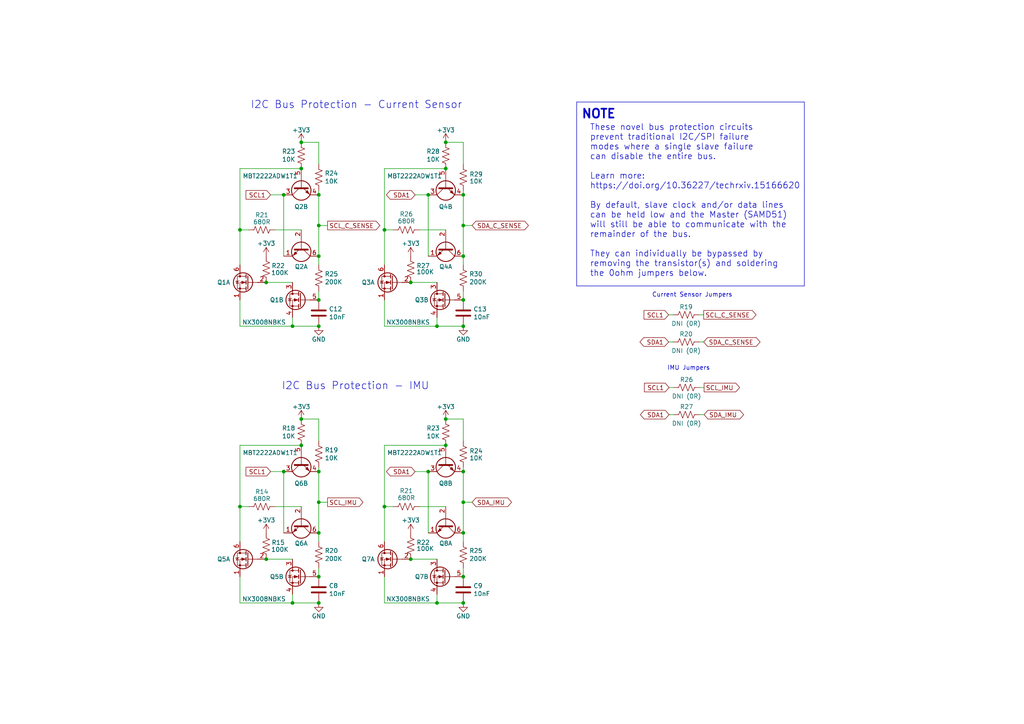
<source format=kicad_sch>
(kicad_sch (version 20230121) (generator eeschema)
  (paper "A4")
  (title_block (title "PyCubed Mini") (date "2023-04-12") (rev "B3/02") (company "RExLab Carnegie Mellon University") (comment 1 "N. Khera") (comment 2 "Z. Manchester"))
  (lib_symbols
    (symbol "Device:C" (pin_numbers hide) (pin_names (offset 0.254))
      (property "Reference" "C" (at 0.635 2.54 0))
      (property "Value" "C" (at 0.635 -2.54 0))
      (symbol "C_0_1"
        (polyline (pts (xy -2.032 -0.762) (xy 2.032 -0.762)) (stroke (width 0.508)))
        (polyline (pts (xy -2.032 0.762) (xy 2.032 0.762)) (stroke (width 0.508)))
      )
      (symbol "C_1_1"
        (pin passive line (at 0 3.81 270) (length 2.794) (name "~") (number "1"))
        (pin passive line (at 0 -3.81 90) (length 2.794) (name "~") (number "2"))
      )
    )
    (symbol "Device:R_US" (pin_numbers hide) (pin_names (offset 0))
      (property "Reference" "R" (at 2.54 0 90))
      (property "Value" "R_US" (at -2.54 0 90))
      (symbol "R_US_0_1"
        (polyline (pts (xy 0 -2.286) (xy 0 -2.54)))
        (polyline (pts (xy 0 2.286) (xy 0 2.54)))
        (polyline (pts (xy 0 -0.762) (xy 1.016 -1.143) (xy 0 -1.524) (xy -1.016 -1.905) (xy 0 -2.286)))
        (polyline (pts (xy 0 0.762) (xy 1.016 0.381) (xy 0 0) (xy -1.016 -0.381) (xy 0 -0.762)))
        (polyline (pts (xy 0 2.286) (xy 1.016 1.905) (xy 0 1.524) (xy -1.016 1.143) (xy 0 0.762)))
      )
      (symbol "R_US_1_1"
        (pin passive line (at 0 3.81 270) (length 1.27) (name "~") (number "1"))
        (pin passive line (at 0 -3.81 90) (length 1.27) (name "~") (number "2"))
      )
    )
    (symbol "Transistor_BJT:MBT2222ADW1T1" (pin_names (offset 0) hide)
      (property "Reference" "Q" (at 5.08 1.27 0))
      (property "Value" "MBT2222ADW1T1" (at 5.08 -1.27 0))
      (symbol "MBT2222ADW1T1_0_1"
        (polyline (pts (xy 0.635 0) (xy -2.54 0)))
        (polyline (pts (xy 0.635 0.635) (xy 2.54 2.54)))
        (polyline (pts (xy 0.635 -0.635) (xy 2.54 -2.54) (xy 2.54 -2.54)))
        (polyline (pts (xy 0.635 1.905) (xy 0.635 -1.905) (xy 0.635 -1.905)) (stroke (width 0.508)))
        (polyline (pts (xy 1.27 -1.778) (xy 1.778 -1.27) (xy 2.286 -2.286) (xy 1.27 -1.778) (xy 1.27 -1.778)) (fill (type outline)))
        (circle (center 1.27 0) (radius 2.8194) (stroke (width 0.254)))
      )
      (symbol "MBT2222ADW1T1_1_1"
        (pin passive line (at 2.54 -5.08 90) (length 2.54) (name "E1") (number "1"))
        (pin input line (at -5.08 0 0) (length 2.54) (name "B1") (number "2"))
        (pin passive line (at 2.54 5.08 270) (length 2.54) (name "C1") (number "6"))
      )
      (symbol "MBT2222ADW1T1_2_1"
        (pin passive line (at 2.54 5.08 270) (length 2.54) (name "C2") (number "3"))
        (pin passive line (at 2.54 -5.08 90) (length 2.54) (name "E2") (number "4"))
        (pin input line (at -5.08 0 0) (length 2.54) (name "B2") (number "5"))
      )
    )
    (symbol "mainboard:NX3008NBKS" (pin_names (offset 0.762) hide)
      (property "Reference" "Q" (at 5.08 1.27 0))
      (property "Value" "NX3008NBKS" (at 5.08 -1.27 0))
      (symbol "NX3008NBKS_1_1"
        (polyline (pts (xy -1.016 0) (xy -3.81 0)))
        (polyline (pts (xy -1.016 1.905) (xy -1.016 -1.905)) (stroke (width 0.254)))
        (polyline (pts (xy -0.508 -1.27) (xy -0.508 -2.286)) (stroke (width 0.254)))
        (polyline (pts (xy -0.508 0.508) (xy -0.508 -0.508)) (stroke (width 0.254)))
        (polyline (pts (xy -0.508 2.286) (xy -0.508 1.27)) (stroke (width 0.254)))
        (polyline (pts (xy 1.27 2.54) (xy 1.27 1.778)))
        (polyline (pts (xy 1.27 -2.54) (xy 1.27 0) (xy -0.508 0)))
        (polyline (pts (xy -0.508 -1.778) (xy 2.032 -1.778) (xy 2.032 1.778) (xy -0.508 1.778)))
        (polyline (pts (xy -0.254 0) (xy 0.762 0.381) (xy 0.762 -0.381) (xy -0.254 0)) (fill (type outline)))
        (polyline (pts (xy 1.524 0.508) (xy 1.651 0.381) (xy 2.413 0.381) (xy 2.54 0.254)))
        (polyline (pts (xy 2.032 0.381) (xy 1.651 -0.254) (xy 2.413 -0.254) (xy 2.032 0.381)))
        (circle (center 0.381 0) (radius 2.794) (stroke (width 0.254)))
        (circle (center 1.27 -1.778) (radius 0.254) (fill (type outline)))
        (circle (center 1.27 1.778) (radius 0.254) (fill (type outline)))
        (pin passive line (at 1.27 -5.08 90) (length 2.54) (name "S2") (number "1"))
        (pin input line (at -6.35 0 0) (length 2.54) (name "G2") (number "2"))
        (pin passive line (at 1.27 5.08 270) (length 2.54) (name "D1") (number "6"))
      )
      (symbol "NX3008NBKS_2_1"
        (polyline (pts (xy -1.016 0) (xy -3.81 0)))
        (polyline (pts (xy -1.016 1.905) (xy -1.016 -1.905)) (stroke (width 0.254)))
        (polyline (pts (xy -0.508 -1.27) (xy -0.508 -2.286)) (stroke (width 0.254)))
        (polyline (pts (xy -0.508 0.508) (xy -0.508 -0.508)) (stroke (width 0.254)))
        (polyline (pts (xy -0.508 2.286) (xy -0.508 1.27)) (stroke (width 0.254)))
        (polyline (pts (xy 1.27 2.54) (xy 1.27 1.778)))
        (polyline (pts (xy 1.27 -2.54) (xy 1.27 0) (xy -0.508 0)))
        (polyline (pts (xy -0.508 -1.778) (xy 2.032 -1.778) (xy 2.032 1.778) (xy -0.508 1.778)))
        (polyline (pts (xy -0.254 0) (xy 0.762 0.381) (xy 0.762 -0.381) (xy -0.254 0)) (fill (type outline)))
        (polyline (pts (xy 1.524 0.508) (xy 1.651 0.381) (xy 2.413 0.381) (xy 2.54 0.254)))
        (polyline (pts (xy 2.032 0.381) (xy 1.651 -0.254) (xy 2.413 -0.254) (xy 2.032 0.381)))
        (circle (center 0.381 0) (radius 2.794) (stroke (width 0.254)))
        (circle (center 1.27 -1.778) (radius 0.254) (fill (type outline)))
        (circle (center 1.27 1.778) (radius 0.254) (fill (type outline)))
        (pin passive line (at 1.27 5.08 270) (length 2.54) (name "D2") (number "3"))
        (pin passive line (at 1.27 -5.08 90) (length 2.54) (name "S1") (number "4"))
        (pin input line (at -6.35 0 0) (length 2.54) (name "G1") (number "5"))
      )
    )
    (symbol "power:+3V3" (power) (pin_names (offset 0))
      (property "Value" "+3V3" (at 0 3.556 0))
      (symbol "+3V3_0_1"
        (polyline (pts (xy -0.762 1.27) (xy 0 2.54)))
        (polyline (pts (xy 0 0) (xy 0 2.54)))
        (polyline (pts (xy 0 2.54) (xy 0.762 1.27)))
      )
      (symbol "+3V3_1_1"
        (pin power_in line (at 0 0 90) (length 0) hide (name "+3V3") (number "1"))
      )
    )
    (symbol "power:GND" (power) (pin_names (offset 0))
      (property "Value" "GND" (at 0 -3.81 0))
      (symbol "GND_0_1"
        (polyline (pts (xy 0 0) (xy 0 -1.27) (xy 1.27 -1.27) (xy 0 -2.54) (xy -1.27 -1.27) (xy 0 -1.27)))
      )
      (symbol "GND_1_1"
        (pin power_in line (at 0 0 270) (length 0) hide (name "GND") (number "1"))
      )
    )
  )
  (junction (at 77.216 81.915))
  (junction (at 111.506 66.675))
  (junction (at 87.376 129.159))
  (junction (at 129.286 41.275))
  (junction (at 69.596 146.939))
  (junction (at 129.286 121.539))
  (junction (at 134.366 74.295))
  (junction (at 124.206 56.515))
  (junction (at 69.596 66.675))
  (junction (at 84.836 174.879))
  (junction (at 134.366 86.995))
  (junction (at 134.366 65.405))
  (junction (at 124.206 136.779))
  (junction (at 134.366 56.515))
  (junction (at 92.456 74.295))
  (junction (at 134.366 136.779))
  (junction (at 134.366 94.615))
  (junction (at 92.456 94.615))
  (junction (at 119.126 81.915))
  (junction (at 87.376 41.275))
  (junction (at 82.296 56.515))
  (junction (at 126.746 94.615))
  (junction (at 92.456 86.995))
  (junction (at 77.216 162.179))
  (junction (at 87.376 121.539))
  (junction (at 92.456 56.515))
  (junction (at 92.456 65.405))
  (junction (at 92.456 136.779))
  (junction (at 134.366 174.879))
  (junction (at 92.456 174.879))
  (junction (at 84.836 94.615))
  (junction (at 126.746 174.879))
  (junction (at 82.296 136.779))
  (junction (at 134.366 154.559))
  (junction (at 134.366 167.259))
  (junction (at 119.126 162.179))
  (junction (at 129.286 48.895))
  (junction (at 92.456 167.259))
  (junction (at 92.456 154.559))
  (junction (at 111.506 146.939))
  (junction (at 129.286 129.159))
  (junction (at 134.366 145.669))
  (junction (at 87.376 48.895))
  (junction (at 92.456 145.669))
  (wire (pts (xy 194.056 112.395) (xy 195.326 112.395)))
  (wire (pts (xy 120.396 136.779) (xy 124.206 136.779)))
  (wire (pts (xy 69.596 76.835) (xy 69.596 66.675)))
  (wire (pts (xy 92.456 41.275) (xy 87.376 41.275)))
  (wire (pts (xy 84.836 174.879) (xy 92.456 174.879)))
  (wire (pts (xy 82.296 56.515) (xy 82.296 74.295)))
  (wire (pts (xy 87.376 66.675) (xy 79.756 66.675)))
  (wire (pts (xy 134.366 47.625) (xy 134.366 41.275)))
  (wire (pts (xy 84.836 94.615) (xy 92.456 94.615)))
  (wire (pts (xy 69.596 48.895) (xy 87.376 48.895)))
  (wire (pts (xy 124.206 56.515) (xy 124.206 74.295)))
  (wire (pts (xy 204.216 112.395) (xy 202.946 112.395)))
  (wire (pts (xy 111.506 76.835) (xy 111.506 66.675)))
  (wire (pts (xy 69.596 146.939) (xy 72.136 146.939)))
  (polyline (pts (xy 167.259 29.591) (xy 167.259 82.931)))
  (wire (pts (xy 134.366 157.099) (xy 134.366 154.559)))
  (wire (pts (xy 94.996 145.669) (xy 92.456 145.669)))
  (wire (pts (xy 126.746 94.615) (xy 134.366 94.615)))
  (wire (pts (xy 111.506 66.675) (xy 111.506 48.895)))
  (wire (pts (xy 111.506 48.895) (xy 129.286 48.895)))
  (wire (pts (xy 69.596 66.675) (xy 69.596 48.895)))
  (wire (pts (xy 126.746 172.339) (xy 126.746 174.879)))
  (wire (pts (xy 134.366 135.509) (xy 134.366 136.779)))
  (wire (pts (xy 82.296 136.779) (xy 82.296 154.559)))
  (wire (pts (xy 136.906 65.405) (xy 134.366 65.405)))
  (wire (pts (xy 194.056 120.269) (xy 195.326 120.269)))
  (wire (pts (xy 92.456 76.835) (xy 92.456 74.295)))
  (wire (pts (xy 134.366 65.405) (xy 134.366 56.515)))
  (wire (pts (xy 111.506 66.675) (xy 114.046 66.675)))
  (wire (pts (xy 126.746 92.075) (xy 126.746 94.615)))
  (wire (pts (xy 69.596 174.879) (xy 84.836 174.879)))
  (polyline (pts (xy 167.259 82.931) (xy 233.299 82.931)))
  (wire (pts (xy 94.996 65.405) (xy 92.456 65.405)))
  (wire (pts (xy 204.089 91.313) (xy 202.819 91.313)))
  (wire (pts (xy 84.836 172.339) (xy 84.836 174.879)))
  (wire (pts (xy 134.366 74.295) (xy 134.366 65.405)))
  (wire (pts (xy 124.206 136.779) (xy 124.206 154.559)))
  (wire (pts (xy 111.506 146.939) (xy 114.046 146.939)))
  (wire (pts (xy 111.506 94.615) (xy 126.746 94.615)))
  (wire (pts (xy 129.286 146.939) (xy 121.666 146.939)))
  (wire (pts (xy 129.286 66.675) (xy 121.666 66.675)))
  (wire (pts (xy 111.506 157.099) (xy 111.506 146.939)))
  (wire (pts (xy 69.596 66.675) (xy 72.136 66.675)))
  (wire (pts (xy 134.366 76.835) (xy 134.366 74.295)))
  (polyline (pts (xy 233.299 82.931) (xy 233.299 29.591)))
  (wire (pts (xy 120.396 56.515) (xy 124.206 56.515)))
  (wire (pts (xy 134.366 145.669) (xy 134.366 136.779)))
  (wire (pts (xy 193.929 91.313) (xy 195.199 91.313)))
  (wire (pts (xy 69.596 129.159) (xy 87.376 129.159)))
  (wire (pts (xy 134.366 121.539) (xy 129.286 121.539)))
  (wire (pts (xy 77.216 81.915) (xy 84.836 81.915)))
  (wire (pts (xy 69.596 157.099) (xy 69.596 146.939)))
  (wire (pts (xy 84.836 92.075) (xy 84.836 94.615)))
  (wire (pts (xy 92.456 47.625) (xy 92.456 41.275)))
  (wire (pts (xy 111.506 146.939) (xy 111.506 129.159)))
  (polyline (pts (xy 233.299 29.591) (xy 167.259 29.591)))
  (wire (pts (xy 193.929 99.187) (xy 195.199 99.187)))
  (wire (pts (xy 77.216 162.179) (xy 84.836 162.179)))
  (wire (pts (xy 134.366 84.455) (xy 134.366 86.995)))
  (wire (pts (xy 136.906 145.669) (xy 134.366 145.669)))
  (wire (pts (xy 204.216 120.269) (xy 202.946 120.269)))
  (wire (pts (xy 134.366 154.559) (xy 134.366 145.669)))
  (wire (pts (xy 78.486 56.515) (xy 82.296 56.515)))
  (wire (pts (xy 69.596 86.995) (xy 69.596 94.615)))
  (wire (pts (xy 92.456 55.245) (xy 92.456 56.515)))
  (wire (pts (xy 111.506 86.995) (xy 111.506 94.615)))
  (wire (pts (xy 92.456 154.559) (xy 92.456 145.669)))
  (wire (pts (xy 134.366 164.719) (xy 134.366 167.259)))
  (wire (pts (xy 134.366 41.275) (xy 129.286 41.275)))
  (wire (pts (xy 92.456 84.455) (xy 92.456 86.995)))
  (wire (pts (xy 92.456 74.295) (xy 92.456 65.405)))
  (wire (pts (xy 92.456 121.539) (xy 87.376 121.539)))
  (wire (pts (xy 92.456 135.509) (xy 92.456 136.779)))
  (wire (pts (xy 134.366 127.889) (xy 134.366 121.539)))
  (wire (pts (xy 92.456 164.719) (xy 92.456 167.259)))
  (wire (pts (xy 69.596 94.615) (xy 84.836 94.615)))
  (wire (pts (xy 204.089 99.187) (xy 202.819 99.187)))
  (wire (pts (xy 119.126 81.915) (xy 126.746 81.915)))
  (wire (pts (xy 111.506 174.879) (xy 126.746 174.879)))
  (wire (pts (xy 69.596 167.259) (xy 69.596 174.879)))
  (wire (pts (xy 87.376 146.939) (xy 79.756 146.939)))
  (wire (pts (xy 92.456 65.405) (xy 92.456 56.515)))
  (wire (pts (xy 111.506 167.259) (xy 111.506 174.879)))
  (wire (pts (xy 92.456 157.099) (xy 92.456 154.559)))
  (wire (pts (xy 126.746 174.879) (xy 134.366 174.879)))
  (wire (pts (xy 92.456 145.669) (xy 92.456 136.779)))
  (wire (pts (xy 92.456 127.889) (xy 92.456 121.539)))
  (wire (pts (xy 69.596 146.939) (xy 69.596 129.159)))
  (wire (pts (xy 78.486 136.779) (xy 82.296 136.779)))
  (wire (pts (xy 119.126 162.179) (xy 126.746 162.179)))
  (wire (pts (xy 134.366 55.245) (xy 134.366 56.515)))
  (wire (pts (xy 111.506 129.159) (xy 129.286 129.159)))
  (text "I2C Bus Protection - Current Sensor" (at 72.644 31.75 0) (effects (font (size 2.159 2.159)) (justify left bottom)))
  (text "NOTE" (at 168.529 34.671 0) (effects (font (size 2.54 2.54) (thickness 0.508) bold) (justify left bottom)))
  (text "IMU Jumpers" (at 193.548 107.569 0) (effects (font (size 1.27 1.27)) (justify left bottom)))
  (text "These novel bus protection circuits\nprevent traditional I2C/SPI failure \nmodes where a single slave failure\ncan disable the entire bus.\n\nLearn more: \nhttps://doi.org/10.36227/techrxiv.15166620\n\nBy default, slave clock and/or data lines \ncan be held low and the Master (SAMD51) \nwill still be able to communicate with the \nremainder of the bus.\n\nThey can individually be bypassed by \nremoving the transistor(s) and soldering\nthe 0ohm jumpers below." (at 171.069 80.391 0) (effects (font (size 1.7526 1.7526)) (justify left bottom)))
  (text "Current Sensor Jumpers" (at 189.103 86.36 0) (effects (font (size 1.27 1.27)) (justify left bottom)))
  (text "I2C Bus Protection - IMU" (at 81.661 113.284 0) (effects (font (size 2.159 2.159)) (justify left bottom)))
  (global_label "SDA_C_SENSE" (shape bidirectional) (at 136.906 65.405 0) (property "Intersheetrefs" "${INTERSHEET_REFS}" (effects hide)))
  (global_label "SDA1" (shape bidirectional) (at 194.056 120.269 180) (property "Intersheetrefs" "${INTERSHEET_REFS}" (effects hide)))
  (global_label "SDA_IMU" (shape bidirectional) (at 136.906 145.669 0) (property "Intersheetrefs" "${INTERSHEET_REFS}" (effects hide)))
  (global_label "SCL1" (shape input) (at 193.929 91.313 180) (property "Intersheetrefs" "${INTERSHEET_REFS}" (effects hide)))
  (global_label "SCL_IMU" (shape output) (at 204.216 112.395 0) (property "Intersheetrefs" "${INTERSHEET_REFS}" (effects hide)))
  (global_label "SCL_C_SENSE" (shape output) (at 204.089 91.313 0) (property "Intersheetrefs" "${INTERSHEET_REFS}" (effects hide)))
  (global_label "SCL1" (shape input) (at 78.486 56.515 180) (property "Intersheetrefs" "${INTERSHEET_REFS}" (effects hide)))
  (global_label "SCL1" (shape input) (at 194.056 112.395 180) (property "Intersheetrefs" "${INTERSHEET_REFS}" (effects hide)))
  (global_label "SDA1" (shape bidirectional) (at 120.396 136.779 180) (property "Intersheetrefs" "${INTERSHEET_REFS}" (effects hide)))
  (global_label "SDA_IMU" (shape bidirectional) (at 204.216 120.269 0) (property "Intersheetrefs" "${INTERSHEET_REFS}" (effects hide)))
  (global_label "SDA_C_SENSE" (shape bidirectional) (at 204.089 99.187 0) (property "Intersheetrefs" "${INTERSHEET_REFS}" (effects hide)))
  (global_label "SCL1" (shape input) (at 78.486 136.779 180) (property "Intersheetrefs" "${INTERSHEET_REFS}" (effects hide)))
  (global_label "SDA1" (shape bidirectional) (at 193.929 99.187 180) (property "Intersheetrefs" "${INTERSHEET_REFS}" (effects hide)))
  (global_label "SDA1" (shape bidirectional) (at 120.396 56.515 180) (property "Intersheetrefs" "${INTERSHEET_REFS}" (effects hide)))
  (global_label "SCL_C_SENSE" (shape output) (at 94.996 65.405 0) (property "Intersheetrefs" "${INTERSHEET_REFS}" (effects hide)))
  (global_label "SCL_IMU" (shape output) (at 94.996 145.669 0) (property "Intersheetrefs" "${INTERSHEET_REFS}" (effects hide)))
  (symbol (lib_id "power:+3V3") (at 87.376 121.539 0) (unit 1)
    (property "Reference" "#PWR017" (effects hide))
    (property "Value" "+3V3" (at 87.376 117.983 0))
  )
  (symbol (lib_id "Device:R_US") (at 199.136 120.269 270) (unit 1)
    (property "Reference" "R27" (at 199.136 117.983 90))
    (property "Value" "DNI (0R)" (at 199.136 122.809 90))
    (property "Footprint" "Resistor_SMD:R_0603_1608Metric" (effects hide))
    (property "DNI" "DNI" (effects hide))
    (property "Description" "RES 0 OHM JUMPER 1/10W 0603" (effects hide))
    (property "Manufacturer_Name" "Stackpole Electronics Inc" (effects hide))
    (property "Manufacturer_Part_Number" "RMCF0603ZT0R00" (effects hide))
  )
  (symbol (lib_id "Device:R_US") (at 92.456 51.435 0) (unit 1)
    (property "Reference" "R24" (at 94.1832 50.2666 0) (effects (justify left)))
    (property "Value" "10K" (at 94.1832 52.578 0) (effects (justify left)))
    (property "Footprint" "Resistor_SMD:R_0603_1608Metric" (effects hide))
    (property "Description" "RES 10K OHM 0.1% 1/6W 0603" (effects hide))
    (property "Manufacturer_Name" "Stackpole Electronics Inc" (effects hide))
    (property "Manufacturer_Part_Number" "RNCF0603BTE10K0" (effects hide))
    (instances (project "Solar-Panel-Z-" (path "" (reference "R24") (unit 1)) (path "" (reference "R24") (unit 1))) (project "batteryboard-bottom" (path "" (reference "R5") (unit 1))))
  )
  (symbol (lib_id "power:GND") (at 92.456 174.879 0) (unit 1)
    (property "Reference" "#PWR018" (effects hide))
    (property "Value" "GND" (at 92.456 178.689 0))
  )
  (symbol (lib_id "Device:R_US") (at 134.366 160.909 0) (unit 1)
    (property "Reference" "R25" (at 136.0932 159.7406 0) (effects (justify left)))
    (property "Value" "200K" (at 136.0932 162.052 0) (effects (justify left)))
    (property "Footprint" "Resistor_SMD:R_0603_1608Metric" (effects hide))
    (property "Description" "RES 200K OHM 1% 1/10W 0603" (effects hide))
    (property "Manufacturer_Name" "Stackpole Electronics Inc" (effects hide))
    (property "Manufacturer_Part_Number" "RMCF0603FT200K" (effects hide))
  )
  (symbol (lib_id "mainboard:NX3008NBKS") (at 86.106 167.259 0) (mirror y) (unit 2)
    (property "Reference" "Q5" (at 82.296 167.259 0) (effects (justify left)))
    (property "Value" "NX3008NBKS" (effects hide))
    (property "Footprint" "Package_TO_SOT_SMD:SOT-363_SC-70-6" (effects hide))
    (property "Datasheet" "https://assets.nexperia.com/documents/data-sheet/NX3008NBKS.pdf" (effects hide))
    (property "Description" "MOSFET 2N-CH 30V 0.35A 6TSSOP" (effects hide))
    (property "Flight" "BSS138DWQ-7" (effects hide))
    (property "Manufacturer_Name" "Nexperia USA Inc." (effects hide))
    (property "Manufacturer_Part_Number" "NX3008NBKS,115" (effects hide))
  )
  (symbol (lib_id "mainboard:NX3008NBKS") (at 128.016 167.259 0) (mirror y) (unit 2)
    (property "Reference" "Q7" (at 124.333 167.259 0) (effects (justify left)))
    (property "Value" "NX3008NBKS" (effects hide))
    (property "Footprint" "Package_TO_SOT_SMD:SOT-363_SC-70-6" (effects hide))
    (property "Datasheet" "https://assets.nexperia.com/documents/data-sheet/NX3008NBKS.pdf" (effects hide))
    (property "Description" "MOSFET 2N-CH 30V 0.35A 6TSSOP" (effects hide))
    (property "Manufacturer_Name" "Nexperia USA Inc." (effects hide))
    (property "Manufacturer_Part_Number" "NX3008NBKS,115" (effects hide))
  )
  (symbol (lib_id "Device:C") (at 92.456 90.805 0) (unit 1)
    (property "Reference" "C12" (at 95.377 89.6366 0) (effects (justify left)))
    (property "Value" "10nF" (at 95.377 91.948 0) (effects (justify left)))
    (property "Footprint" "Capacitor_SMD:C_0603_1608Metric" (effects hide))
    (property "Description" "CAP CER 10000PF 100V X7R 0603" (effects hide))
    (property "Manufacturer_Name" "KYOCERA AVX" (effects hide))
    (property "Manufacturer_Part_Number" "06031C103K4T4A" (effects hide))
    (instances (project "Solar-Panel-Z-" (path "" (reference "C12") (unit 1)) (path "" (reference "C12") (unit 1))) (project "batteryboard-bottom" (path "" (reference "C1") (unit 1))))
  )
  (symbol (lib_id "mainboard:NX3008NBKS") (at 70.866 81.915 0) (mirror y) (unit 1)
    (property "Reference" "Q1" (at 66.802 81.915 0) (effects (justify left)))
    (property "Value" "NX3008NBKS" (at 82.931 93.472 0) (effects (justify left)))
    (property "Footprint" "Package_TO_SOT_SMD:SOT-363_SC-70-6" (effects hide))
    (property "Datasheet" "https://assets.nexperia.com/documents/data-sheet/NX3008NBKS.pdf" (effects hide))
    (property "Description" "MOSFET 2N-CH 30V 0.35A 6TSSOP" (effects hide))
    (property "Flight" "BSS138DWQ-7" (effects hide))
    (property "Manufacturer_Name" "Nexperia USA Inc." (effects hide))
    (property "Manufacturer_Part_Number" "NX3008NBKS,115" (effects hide))
  )
  (symbol (lib_id "Device:R_US") (at 129.286 125.349 0) (unit 1)
    (property "Reference" "R23" (at 127.5842 124.1806 0) (effects (justify right)))
    (property "Value" "10K" (at 127.5842 126.492 0) (effects (justify right)))
    (property "Footprint" "Resistor_SMD:R_0603_1608Metric" (effects hide))
    (property "Description" "RES 10K OHM 0.1% 1/6W 0603" (effects hide))
    (property "Manufacturer_Name" "Stackpole Electronics Inc" (effects hide))
    (property "Manufacturer_Part_Number" "RNCF0603BTE10K0" (effects hide))
  )
  (symbol (lib_id "Device:R_US") (at 199.009 91.313 270) (unit 1)
    (property "Reference" "R19" (at 199.009 89.027 90))
    (property "Value" "DNI (0R)" (at 199.009 93.853 90))
    (property "Footprint" "Resistor_SMD:R_0603_1608Metric" (effects hide))
    (property "DNI" "DNI" (effects hide))
    (property "Description" "RES 0 OHM JUMPER 1/10W 0603" (effects hide))
    (property "Manufacturer_Name" "Stackpole Electronics Inc" (effects hide))
    (property "Manufacturer_Part_Number" "RMCF0603ZT0R00" (effects hide))
    (instances (project "Solar-Panel-Z-" (path "" (reference "R19") (unit 1)) (path "" (reference "R19") (unit 1))) (project "batteryboard-bottom" (path "" (reference "R12") (unit 1))))
  )
  (symbol (lib_id "Device:C") (at 134.366 90.805 0) (unit 1)
    (property "Reference" "C13" (at 137.287 89.662 0) (effects (justify left)))
    (property "Value" "10nF" (at 137.287 91.948 0) (effects (justify left)))
    (property "Footprint" "Capacitor_SMD:C_0603_1608Metric" (effects hide))
    (property "Description" "CAP CER 10000PF 100V X7R 0603" (effects hide))
    (property "Manufacturer_Name" "KYOCERA AVX" (effects hide))
    (property "Manufacturer_Part_Number" "06031C103K4T4A" (effects hide))
    (instances (project "Solar-Panel-Z-" (path "" (reference "C13") (unit 1)) (path "" (reference "C13") (unit 1))) (project "batteryboard-bottom" (path "" (reference "C2") (unit 1))))
  )
  (symbol (lib_id "Transistor_BJT:MBT2222ADW1T1") (at 129.286 71.755 270) (unit 1)
    (property "Reference" "Q4" (at 129.286 77.343 90))
    (property "Value" "MBT2222ADW1T1" (effects hide))
    (property "Footprint" "Package_TO_SOT_SMD:SOT-363_SC-70-6" (effects hide))
    (property "Datasheet" "http://www.onsemi.com/pub_link/Collateral/MBT2222ADW1T1-D.PDF" (effects hide))
    (property "Description" "TRANS 2NPN 40V 0.6A SC88/SC70-6" (effects hide))
    (property "Flight" "MBT2222ADW1T1G" (effects hide))
    (property "Manufacturer_Name" "ON Semiconductor" (effects hide))
    (property "Manufacturer_Part_Number" "MBT2222ADW1T1G" (effects hide))
    (property "Proto" "MBT2222ADW1T1G" (effects hide))
  )
  (symbol (lib_id "mainboard:NX3008NBKS") (at 86.106 86.995 0) (mirror y) (unit 2)
    (property "Reference" "Q1" (at 82.296 86.995 0) (effects (justify left)))
    (property "Value" "NX3008NBKS" (effects hide))
    (property "Footprint" "Package_TO_SOT_SMD:SOT-363_SC-70-6" (effects hide))
    (property "Datasheet" "https://assets.nexperia.com/documents/data-sheet/NX3008NBKS.pdf" (effects hide))
    (property "Description" "MOSFET 2N-CH 30V 0.35A 6TSSOP" (effects hide))
    (property "Flight" "BSS138DWQ-7" (effects hide))
    (property "Manufacturer_Name" "Nexperia USA Inc." (effects hide))
    (property "Manufacturer_Part_Number" "NX3008NBKS,115" (effects hide))
  )
  (symbol (lib_id "mainboard:NX3008NBKS") (at 112.776 81.915 0) (mirror y) (unit 1)
    (property "Reference" "Q3" (at 108.712 81.915 0) (effects (justify left)))
    (property "Value" "NX3008NBKS" (at 124.714 93.472 0) (effects (justify left)))
    (property "Footprint" "Package_TO_SOT_SMD:SOT-363_SC-70-6" (effects hide))
    (property "Datasheet" "https://assets.nexperia.com/documents/data-sheet/NX3008NBKS.pdf" (effects hide))
    (property "Description" "MOSFET 2N-CH 30V 0.35A 6TSSOP" (effects hide))
    (property "Manufacturer_Name" "Nexperia USA Inc." (effects hide))
    (property "Manufacturer_Part_Number" "NX3008NBKS,115" (effects hide))
  )
  (symbol (lib_id "Device:R_US") (at 129.286 45.085 0) (unit 1)
    (property "Reference" "R28" (at 127.5842 43.9166 0) (effects (justify right)))
    (property "Value" "10K" (at 127.5842 46.228 0) (effects (justify right)))
    (property "Footprint" "Resistor_SMD:R_0603_1608Metric" (effects hide))
    (property "Description" "RES 10K OHM 0.1% 1/6W 0603" (effects hide))
    (property "Manufacturer_Name" "Stackpole Electronics Inc" (effects hide))
    (property "Manufacturer_Part_Number" "RNCF0603BTE10K0" (effects hide))
    (instances (project "Solar-Panel-Z-" (path "" (reference "R28") (unit 1)) (path "" (reference "R28") (unit 1))) (project "batteryboard-bottom" (path "" (reference "R9") (unit 1))))
  )
  (symbol (lib_id "Device:R_US") (at 87.376 45.085 0) (unit 1)
    (property "Reference" "R23" (at 85.6742 43.9166 0) (effects (justify right)))
    (property "Value" "10K" (at 85.6742 46.228 0) (effects (justify right)))
    (property "Footprint" "Resistor_SMD:R_0603_1608Metric" (effects hide))
    (property "Description" "RES 10K OHM 0.1% 1/6W 0603" (effects hide))
    (property "Manufacturer_Name" "Stackpole Electronics Inc" (effects hide))
    (property "Manufacturer_Part_Number" "RNCF0603BTE10K0" (effects hide))
    (instances (project "Solar-Panel-Z-" (path "" (reference "R23") (unit 1)) (path "" (reference "R23") (unit 1))) (project "batteryboard-bottom" (path "" (reference "R4") (unit 1))))
  )
  (symbol (lib_id "mainboard:NX3008NBKS") (at 112.776 162.179 0) (mirror y) (unit 1)
    (property "Reference" "Q7" (at 108.712 162.179 0) (effects (justify left)))
    (property "Value" "NX3008NBKS" (at 124.714 173.736 0) (effects (justify left)))
    (property "Footprint" "Package_TO_SOT_SMD:SOT-363_SC-70-6" (effects hide))
    (property "Datasheet" "https://assets.nexperia.com/documents/data-sheet/NX3008NBKS.pdf" (effects hide))
    (property "Description" "MOSFET 2N-CH 30V 0.35A 6TSSOP" (effects hide))
    (property "Manufacturer_Name" "Nexperia USA Inc." (effects hide))
    (property "Manufacturer_Part_Number" "NX3008NBKS,115" (effects hide))
  )
  (symbol (lib_id "Device:R_US") (at 199.009 99.187 270) (unit 1)
    (property "Reference" "R20" (at 199.009 96.901 90))
    (property "Value" "DNI (0R)" (at 199.009 101.727 90))
    (property "Footprint" "Resistor_SMD:R_0603_1608Metric" (effects hide))
    (property "DNI" "DNI" (effects hide))
    (property "Description" "RES 0 OHM JUMPER 1/10W 0603" (effects hide))
    (property "Manufacturer_Name" "Stackpole Electronics Inc" (effects hide))
    (property "Manufacturer_Part_Number" "RMCF0603ZT0R00" (effects hide))
    (instances (project "Solar-Panel-Z-" (path "" (reference "R20") (unit 1)) (path "" (reference "R20") (unit 1))) (project "batteryboard-bottom" (path "" (reference "R13") (unit 1))))
  )
  (symbol (lib_id "Device:R_US") (at 117.856 66.675 270) (unit 1)
    (property "Reference" "R26" (at 117.856 62.103 90))
    (property "Value" "680R" (at 117.856 64.135 90))
    (property "Footprint" "Resistor_SMD:R_0603_1608Metric" (effects hide))
    (property "Description" "RES 680 OHM 1% 1/10W 0603" (effects hide))
    (property "Manufacturer_Name" "Stackpole Electronics Inc" (effects hide))
    (property "Manufacturer_Part_Number" "RMCF0603FT680R" (effects hide))
    (instances (project "Solar-Panel-Z-" (path "" (reference "R26") (unit 1)) (path "" (reference "R26") (unit 1))) (project "batteryboard-bottom" (path "" (reference "R7") (unit 1))))
  )
  (symbol (lib_id "Transistor_BJT:MBT2222ADW1T1") (at 129.286 134.239 90) (mirror x) (unit 2)
    (property "Reference" "Q8" (at 129.286 140.208 90))
    (property "Value" "MBT2222ADW1T1" (at 120.269 131.318 90))
    (property "Footprint" "Package_TO_SOT_SMD:SOT-363_SC-70-6" (effects hide))
    (property "Datasheet" "http://www.onsemi.com/pub_link/Collateral/MBT2222ADW1T1-D.PDF" (effects hide))
    (property "Description" "TRANS 2NPN 40V 0.6A SC88/SC70-6" (effects hide))
    (property "Flight" "MBT2222ADW1T1G" (effects hide))
    (property "Manufacturer_Name" "ON Semiconductor" (effects hide))
    (property "Manufacturer_Part_Number" "MBT2222ADW1T1G" (effects hide))
    (property "Proto" "MBT2222ADW1T1G" (effects hide))
  )
  (symbol (lib_id "Device:C") (at 92.456 171.069 0) (unit 1)
    (property "Reference" "C8" (at 95.377 169.9006 0) (effects (justify left)))
    (property "Value" "10nF" (at 95.377 172.212 0) (effects (justify left)))
    (property "Footprint" "Capacitor_SMD:C_0603_1608Metric" (effects hide))
    (property "Description" "CAP CER 10000PF 100V X7R 0603" (effects hide))
    (property "Manufacturer_Name" "KYOCERA AVX" (effects hide))
    (property "Manufacturer_Part_Number" "06031C103K4T4A" (effects hide))
  )
  (symbol (lib_id "Device:R_US") (at 134.366 131.699 0) (unit 1)
    (property "Reference" "R24" (at 136.144 130.81 0) (effects (justify left)))
    (property "Value" "10K" (at 136.144 132.842 0) (effects (justify left)))
    (property "Footprint" "Resistor_SMD:R_0603_1608Metric" (effects hide))
    (property "Description" "RES 10K OHM 0.1% 1/6W 0603" (effects hide))
    (property "Manufacturer_Name" "Stackpole Electronics Inc" (effects hide))
    (property "Manufacturer_Part_Number" "RNCF0603BTE10K0" (effects hide))
  )
  (symbol (lib_id "Device:R_US") (at 117.856 146.939 270) (unit 1)
    (property "Reference" "R21" (at 117.856 142.367 90))
    (property "Value" "680R" (at 117.856 144.399 90))
    (property "Footprint" "Resistor_SMD:R_0603_1608Metric" (effects hide))
    (property "Description" "RES 680 OHM 1% 1/10W 0603" (effects hide))
    (property "Manufacturer_Name" "Stackpole Electronics Inc" (effects hide))
    (property "Manufacturer_Part_Number" "RMCF0603FT680R" (effects hide))
  )
  (symbol (lib_id "Transistor_BJT:MBT2222ADW1T1") (at 129.286 53.975 90) (mirror x) (unit 2)
    (property "Reference" "Q4" (at 129.286 59.944 90))
    (property "Value" "MBT2222ADW1T1" (at 120.269 51.054 90))
    (property "Footprint" "Package_TO_SOT_SMD:SOT-363_SC-70-6" (effects hide))
    (property "Datasheet" "http://www.onsemi.com/pub_link/Collateral/MBT2222ADW1T1-D.PDF" (effects hide))
    (property "Description" "TRANS 2NPN 40V 0.6A SC88/SC70-6" (effects hide))
    (property "Flight" "MBT2222ADW1T1G" (effects hide))
    (property "Manufacturer_Name" "ON Semiconductor" (effects hide))
    (property "Manufacturer_Part_Number" "MBT2222ADW1T1G" (effects hide))
    (property "Proto" "MBT2222ADW1T1G" (effects hide))
  )
  (symbol (lib_id "power:+3V3") (at 129.286 121.539 0) (unit 1)
    (property "Reference" "#PWR020" (effects hide))
    (property "Value" "+3V3" (at 129.286 117.983 0))
  )
  (symbol (lib_id "Device:R_US") (at 134.366 51.435 0) (unit 1)
    (property "Reference" "R29" (at 136.144 50.546 0) (effects (justify left)))
    (property "Value" "10K" (at 136.144 52.578 0) (effects (justify left)))
    (property "Footprint" "Resistor_SMD:R_0603_1608Metric" (effects hide))
    (property "Description" "RES 10K OHM 0.1% 1/6W 0603" (effects hide))
    (property "Manufacturer_Name" "Stackpole Electronics Inc" (effects hide))
    (property "Manufacturer_Part_Number" "RNCF0603BTE10K0" (effects hide))
    (instances (project "Solar-Panel-Z-" (path "" (reference "R29") (unit 1)) (path "" (reference "R29") (unit 1))) (project "batteryboard-bottom" (path "" (reference "R10") (unit 1))))
  )
  (symbol (lib_id "Device:R_US") (at 119.126 158.369 0) (unit 1)
    (property "Reference" "R22" (at 120.777 157.353 0) (effects (justify left)))
    (property "Value" "100K" (at 120.777 159.131 0) (effects (justify left)))
    (property "Footprint" "Resistor_SMD:R_0603_1608Metric" (effects hide))
    (property "Description" "RES 100K OHM 0.5% 1/6W 0603" (effects hide))
    (property "Manufacturer_Name" "Stackpole Electronics Inc" (effects hide))
    (property "Manufacturer_Part_Number" "RNCF0603DTE100K" (effects hide))
  )
  (symbol (lib_id "power:+3V3") (at 87.376 41.275 0) (unit 1)
    (property "Reference" "#PWR0107" (effects hide))
    (property "Value" "+3V3" (at 87.376 37.719 0))
    (instances (project "Solar-Panel-Z-" (path "" (reference "#PWR0107") (unit 1)) (path "" (reference "#PWR013") (unit 1))) (project "batteryboard-bottom" (path "" (reference "#PWR05") (unit 1))))
  )
  (symbol (lib_id "power:+3V3") (at 77.216 154.559 0) (unit 1)
    (property "Reference" "#PWR016" (effects hide))
    (property "Value" "+3V3" (at 77.216 150.876 0))
  )
  (symbol (lib_id "mainboard:NX3008NBKS") (at 70.866 162.179 0) (mirror y) (unit 1)
    (property "Reference" "Q5" (at 66.802 162.179 0) (effects (justify left)))
    (property "Value" "NX3008NBKS" (at 82.931 173.736 0) (effects (justify left)))
    (property "Footprint" "Package_TO_SOT_SMD:SOT-363_SC-70-6" (effects hide))
    (property "Datasheet" "https://assets.nexperia.com/documents/data-sheet/NX3008NBKS.pdf" (effects hide))
    (property "Description" "MOSFET 2N-CH 30V 0.35A 6TSSOP" (effects hide))
    (property "Flight" "BSS138DWQ-7" (effects hide))
    (property "Manufacturer_Name" "Nexperia USA Inc." (effects hide))
    (property "Manufacturer_Part_Number" "NX3008NBKS,115" (effects hide))
  )
  (symbol (lib_id "Transistor_BJT:MBT2222ADW1T1") (at 87.376 152.019 270) (unit 1)
    (property "Reference" "Q6" (at 87.376 157.607 90))
    (property "Value" "MBT2222ADW1T1" (effects hide))
    (property "Footprint" "Package_TO_SOT_SMD:SOT-363_SC-70-6" (effects hide))
    (property "Datasheet" "http://www.onsemi.com/pub_link/Collateral/MBT2222ADW1T1-D.PDF" (effects hide))
    (property "Description" "TRANS 2NPN 40V 0.6A SC88/SC70-6" (effects hide))
    (property "Flight" "MBT2222ADW1T1G" (effects hide))
    (property "Manufacturer_Name" "ON Semiconductor" (effects hide))
    (property "Manufacturer_Part_Number" "MBT2222ADW1T1G" (effects hide))
    (property "Proto" "MBT2222ADW1T1G" (effects hide))
  )
  (symbol (lib_id "Device:R_US") (at 77.216 78.105 0) (unit 1)
    (property "Reference" "R22" (at 78.74 77.089 0) (effects (justify left)))
    (property "Value" "100K" (at 78.613 79.121 0) (effects (justify left)))
    (property "Footprint" "Resistor_SMD:R_0603_1608Metric" (effects hide))
    (property "Description" "RES 100K OHM 0.5% 1/6W 0603" (effects hide))
    (property "Manufacturer_Name" "Stackpole Electronics Inc" (effects hide))
    (property "Manufacturer_Part_Number" "RNCF0603DTE100K" (effects hide))
    (instances (project "Solar-Panel-Z-" (path "" (reference "R22") (unit 1)) (path "" (reference "R22") (unit 1))) (project "batteryboard-bottom" (path "" (reference "R3") (unit 1))))
  )
  (symbol (lib_id "Device:R_US") (at 119.126 78.105 0) (unit 1)
    (property "Reference" "R27" (at 120.777 77.089 0) (effects (justify left)))
    (property "Value" "100K" (at 120.777 78.867 0) (effects (justify left)))
    (property "Footprint" "Resistor_SMD:R_0603_1608Metric" (effects hide))
    (property "Description" "RES 100K OHM 0.5% 1/6W 0603" (effects hide))
    (property "Manufacturer_Name" "Stackpole Electronics Inc" (effects hide))
    (property "Manufacturer_Part_Number" "RNCF0603DTE100K" (effects hide))
    (instances (project "Solar-Panel-Z-" (path "" (reference "R27") (unit 1)) (path "" (reference "R27") (unit 1))) (project "batteryboard-bottom" (path "" (reference "R8") (unit 1))))
  )
  (symbol (lib_id "power:GND") (at 134.366 94.615 0) (unit 1)
    (property "Reference" "#PWR0110" (effects hide))
    (property "Value" "GND" (at 134.366 98.425 0))
    (instances (project "Solar-Panel-Z-" (path "" (reference "#PWR0110") (unit 1)) (path "" (reference "#PWR018") (unit 1))) (project "batteryboard-bottom" (path "" (reference "#PWR09") (unit 1))))
  )
  (symbol (lib_id "Transistor_BJT:MBT2222ADW1T1") (at 87.376 53.975 90) (mirror x) (unit 2)
    (property "Reference" "Q2" (at 87.376 59.944 90))
    (property "Value" "MBT2222ADW1T1" (at 78.359 51.054 90))
    (property "Footprint" "Package_TO_SOT_SMD:SOT-363_SC-70-6" (effects hide))
    (property "Datasheet" "http://www.onsemi.com/pub_link/Collateral/MBT2222ADW1T1-D.PDF" (effects hide))
    (property "Description" "TRANS 2NPN 40V 0.6A SC88/SC70-6" (effects hide))
    (property "Flight" "MBT2222ADW1T1G" (effects hide))
    (property "Manufacturer_Name" "ON Semiconductor" (effects hide))
    (property "Manufacturer_Part_Number" "MBT2222ADW1T1G" (effects hide))
    (property "Proto" "MBT2222ADW1T1G" (effects hide))
  )
  (symbol (lib_id "Device:R_US") (at 92.456 80.645 0) (unit 1)
    (property "Reference" "R25" (at 94.1832 79.4766 0) (effects (justify left)))
    (property "Value" "200K" (at 94.1832 81.788 0) (effects (justify left)))
    (property "Footprint" "Resistor_SMD:R_0603_1608Metric" (effects hide))
    (property "Description" "RES 200K OHM 1% 1/10W 0603" (effects hide))
    (property "Manufacturer_Name" "Stackpole Electronics Inc" (effects hide))
    (property "Manufacturer_Part_Number" "RMCF0603FT200K" (effects hide))
    (instances (project "Solar-Panel-Z-" (path "" (reference "R25") (unit 1)) (path "" (reference "R25") (unit 1))) (project "batteryboard-bottom" (path "" (reference "R6") (unit 1))))
  )
  (symbol (lib_id "Device:R_US") (at 92.456 160.909 0) (unit 1)
    (property "Reference" "R20" (at 94.1832 159.7406 0) (effects (justify left)))
    (property "Value" "200K" (at 94.1832 162.052 0) (effects (justify left)))
    (property "Footprint" "Resistor_SMD:R_0603_1608Metric" (effects hide))
    (property "Description" "RES 200K OHM 1% 1/10W 0603" (effects hide))
    (property "Manufacturer_Name" "Stackpole Electronics Inc" (effects hide))
    (property "Manufacturer_Part_Number" "RMCF0603FT200K" (effects hide))
  )
  (symbol (lib_id "Device:R_US") (at 87.376 125.349 0) (unit 1)
    (property "Reference" "R18" (at 85.6742 124.1806 0) (effects (justify right)))
    (property "Value" "10K" (at 85.6742 126.492 0) (effects (justify right)))
    (property "Footprint" "Resistor_SMD:R_0603_1608Metric" (effects hide))
    (property "Description" "RES 10K OHM 0.1% 1/6W 0603" (effects hide))
    (property "Manufacturer_Name" "Stackpole Electronics Inc" (effects hide))
    (property "Manufacturer_Part_Number" "RNCF0603BTE10K0" (effects hide))
  )
  (symbol (lib_id "Transistor_BJT:MBT2222ADW1T1") (at 129.286 152.019 270) (unit 1)
    (property "Reference" "Q8" (at 129.286 157.607 90))
    (property "Value" "MBT2222ADW1T1" (effects hide))
    (property "Footprint" "Package_TO_SOT_SMD:SOT-363_SC-70-6" (effects hide))
    (property "Datasheet" "http://www.onsemi.com/pub_link/Collateral/MBT2222ADW1T1-D.PDF" (effects hide))
    (property "Description" "TRANS 2NPN 40V 0.6A SC88/SC70-6" (effects hide))
    (property "Flight" "MBT2222ADW1T1G" (effects hide))
    (property "Manufacturer_Name" "ON Semiconductor" (effects hide))
    (property "Manufacturer_Part_Number" "MBT2222ADW1T1G" (effects hide))
    (property "Proto" "MBT2222ADW1T1G" (effects hide))
  )
  (symbol (lib_id "Device:R_US") (at 75.946 146.939 270) (unit 1)
    (property "Reference" "R14" (at 75.946 142.621 90))
    (property "Value" "680R" (at 75.946 144.653 90))
    (property "Footprint" "Resistor_SMD:R_0603_1608Metric" (effects hide))
    (property "Description" "RES 680 OHM 1% 1/10W 0603" (effects hide))
    (property "Manufacturer_Name" "Stackpole Electronics Inc" (effects hide))
    (property "Manufacturer_Part_Number" "RMCF0603FT680R" (effects hide))
  )
  (symbol (lib_id "Device:R_US") (at 134.366 80.645 0) (unit 1)
    (property "Reference" "R30" (at 136.0932 79.4766 0) (effects (justify left)))
    (property "Value" "200K" (at 136.0932 81.788 0) (effects (justify left)))
    (property "Footprint" "Resistor_SMD:R_0603_1608Metric" (effects hide))
    (property "Description" "RES 200K OHM 1% 1/10W 0603" (effects hide))
    (property "Manufacturer_Name" "Stackpole Electronics Inc" (effects hide))
    (property "Manufacturer_Part_Number" "RMCF0603FT200K" (effects hide))
    (instances (project "Solar-Panel-Z-" (path "" (reference "R30") (unit 1)) (path "" (reference "R30") (unit 1))) (project "batteryboard-bottom" (path "" (reference "R11") (unit 1))))
  )
  (symbol (lib_id "Device:R_US") (at 199.136 112.395 270) (unit 1)
    (property "Reference" "R26" (at 199.136 110.109 90))
    (property "Value" "DNI (0R)" (at 199.136 114.935 90))
    (property "Footprint" "Resistor_SMD:R_0603_1608Metric" (effects hide))
    (property "DNI" "DNI" (effects hide))
    (property "Description" "RES 0 OHM JUMPER 1/10W 0603" (effects hide))
    (property "Manufacturer_Name" "Stackpole Electronics Inc" (effects hide))
    (property "Manufacturer_Part_Number" "RMCF0603ZT0R00" (effects hide))
  )
  (symbol (lib_id "power:GND") (at 92.456 94.615 0) (unit 1)
    (property "Reference" "#PWR0109" (effects hide))
    (property "Value" "GND" (at 92.456 98.425 0))
    (instances (project "Solar-Panel-Z-" (path "" (reference "#PWR0109") (unit 1)) (path "" (reference "#PWR014") (unit 1))) (project "batteryboard-bottom" (path "" (reference "#PWR06") (unit 1))))
  )
  (symbol (lib_id "Device:C") (at 134.366 171.069 0) (unit 1)
    (property "Reference" "C9" (at 137.287 169.926 0) (effects (justify left)))
    (property "Value" "10nF" (at 137.287 172.212 0) (effects (justify left)))
    (property "Footprint" "Capacitor_SMD:C_0603_1608Metric" (effects hide))
    (property "Description" "CAP CER 10000PF 100V X7R 0603" (effects hide))
    (property "Manufacturer_Name" "KYOCERA AVX" (effects hide))
    (property "Manufacturer_Part_Number" "06031C103K4T4A" (effects hide))
  )
  (symbol (lib_id "power:+3V3") (at 119.126 154.559 0) (unit 1)
    (property "Reference" "#PWR019" (effects hide))
    (property "Value" "+3V3" (at 119.126 150.876 0))
  )
  (symbol (lib_id "mainboard:NX3008NBKS") (at 128.016 86.995 0) (mirror y) (unit 2)
    (property "Reference" "Q3" (at 124.333 86.995 0) (effects (justify left)))
    (property "Value" "NX3008NBKS" (effects hide))
    (property "Footprint" "Package_TO_SOT_SMD:SOT-363_SC-70-6" (effects hide))
    (property "Datasheet" "https://assets.nexperia.com/documents/data-sheet/NX3008NBKS.pdf" (effects hide))
    (property "Description" "MOSFET 2N-CH 30V 0.35A 6TSSOP" (effects hide))
    (property "Manufacturer_Name" "Nexperia USA Inc." (effects hide))
    (property "Manufacturer_Part_Number" "NX3008NBKS,115" (effects hide))
  )
  (symbol (lib_id "Device:R_US") (at 75.946 66.675 270) (unit 1)
    (property "Reference" "R21" (at 75.946 62.357 90))
    (property "Value" "680R" (at 75.946 64.389 90))
    (property "Footprint" "Resistor_SMD:R_0603_1608Metric" (effects hide))
    (property "Description" "RES 680 OHM 1% 1/10W 0603" (effects hide))
    (property "Manufacturer_Name" "Stackpole Electronics Inc" (effects hide))
    (property "Manufacturer_Part_Number" "RMCF0603FT680R" (effects hide))
    (instances (project "Solar-Panel-Z-" (path "" (reference "R21") (unit 1)) (path "" (reference "R21") (unit 1))) (project "batteryboard-bottom" (path "" (reference "R2") (unit 1))))
  )
  (symbol (lib_id "power:+3V3") (at 119.126 74.295 0) (unit 1)
    (property "Reference" "#PWR0111" (effects hide))
    (property "Value" "+3V3" (at 119.126 70.612 0))
    (instances (project "Solar-Panel-Z-" (path "" (reference "#PWR0111") (unit 1)) (path "" (reference "#PWR016") (unit 1))) (project "batteryboard-bottom" (path "" (reference "#PWR07") (unit 1))))
  )
  (symbol (lib_id "power:+3V3") (at 77.216 74.295 0) (unit 1)
    (property "Reference" "#PWR0108" (effects hide))
    (property "Value" "+3V3" (at 77.216 70.612 0))
    (instances (project "Solar-Panel-Z-" (path "" (reference "#PWR0108") (unit 1)) (path "" (reference "#PWR012") (unit 1))) (project "batteryboard-bottom" (path "" (reference "#PWR04") (unit 1))))
  )
  (symbol (lib_id "Device:R_US") (at 92.456 131.699 0) (unit 1)
    (property "Reference" "R19" (at 94.1832 130.5306 0) (effects (justify left)))
    (property "Value" "10K" (at 94.1832 132.842 0) (effects (justify left)))
    (property "Footprint" "Resistor_SMD:R_0603_1608Metric" (effects hide))
    (property "Description" "RES 10K OHM 0.1% 1/6W 0603" (effects hide))
    (property "Manufacturer_Name" "Stackpole Electronics Inc" (effects hide))
    (property "Manufacturer_Part_Number" "RNCF0603BTE10K0" (effects hide))
  )
  (symbol (lib_id "power:GND") (at 134.366 174.879 0) (unit 1)
    (property "Reference" "#PWR021" (effects hide))
    (property "Value" "GND" (at 134.366 178.689 0))
  )
  (symbol (lib_id "Transistor_BJT:MBT2222ADW1T1") (at 87.376 71.755 270) (unit 1)
    (property "Reference" "Q2" (at 87.376 77.343 90))
    (property "Value" "MBT2222ADW1T1" (effects hide))
    (property "Footprint" "Package_TO_SOT_SMD:SOT-363_SC-70-6" (effects hide))
    (property "Datasheet" "http://www.onsemi.com/pub_link/Collateral/MBT2222ADW1T1-D.PDF" (effects hide))
    (property "Description" "TRANS 2NPN 40V 0.6A SC88/SC70-6" (effects hide))
    (property "Flight" "MBT2222ADW1T1G" (effects hide))
    (property "Manufacturer_Name" "ON Semiconductor" (effects hide))
    (property "Manufacturer_Part_Number" "MBT2222ADW1T1G" (effects hide))
    (property "Proto" "MBT2222ADW1T1G" (effects hide))
  )
  (symbol (lib_id "Device:R_US") (at 77.216 158.369 0) (unit 1)
    (property "Reference" "R15" (at 78.74 157.353 0) (effects (justify left)))
    (property "Value" "100K" (at 78.613 159.385 0) (effects (justify left)))
    (property "Footprint" "Resistor_SMD:R_0603_1608Metric" (effects hide))
    (property "Description" "RES 100K OHM 0.5% 1/6W 0603" (effects hide))
    (property "Manufacturer_Name" "Stackpole Electronics Inc" (effects hide))
    (property "Manufacturer_Part_Number" "RNCF0603DTE100K" (effects hide))
  )
  (symbol (lib_id "Transistor_BJT:MBT2222ADW1T1") (at 87.376 134.239 90) (mirror x) (unit 2)
    (property "Reference" "Q6" (at 87.376 140.208 90))
    (property "Value" "MBT2222ADW1T1" (at 78.359 131.318 90))
    (property "Footprint" "Package_TO_SOT_SMD:SOT-363_SC-70-6" (effects hide))
    (property "Datasheet" "http://www.onsemi.com/pub_link/Collateral/MBT2222ADW1T1-D.PDF" (effects hide))
    (property "Description" "TRANS 2NPN 40V 0.6A SC88/SC70-6" (effects hide))
    (property "Flight" "MBT2222ADW1T1G" (effects hide))
    (property "Manufacturer_Name" "ON Semiconductor" (effects hide))
    (property "Manufacturer_Part_Number" "MBT2222ADW1T1G" (effects hide))
    (property "Proto" "MBT2222ADW1T1G" (effects hide))
  )
  (symbol (lib_id "power:+3V3") (at 129.286 41.275 0) (unit 1)
    (property "Reference" "#PWR0106" (effects hide))
    (property "Value" "+3V3" (at 129.286 37.719 0))
    (instances (project "Solar-Panel-Z-" (path "" (reference "#PWR0106") (unit 1)) (path "" (reference "#PWR017") (unit 1))) (project "batteryboard-bottom" (path "" (reference "#PWR08") (unit 1))))
  )
)
</source>
